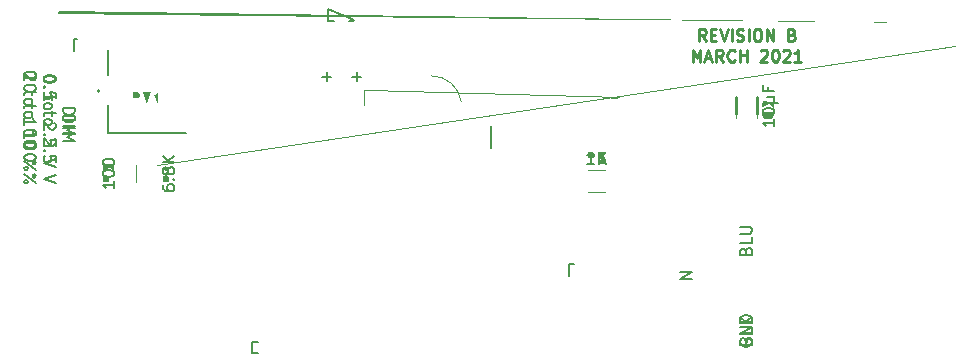
<source format=gbr>
From f3fab3b2e0c5d02cc18abab27c27055bb23d4def Mon Sep 17 00:00:00 2001
From: Blaise Thompson <blaise@untzag.com>
Date: Fri, 5 Mar 2021 10:08:24 -0600
Subject: analog-driver revision B

---
 analog-driver/gerber/driver-F_SilkS.gbr | 1098 +++++++++++++++++++------------
 1 file changed, 692 insertions(+), 406 deletions(-)

(limited to 'analog-driver/gerber/driver-F_SilkS.gbr')

diff --git a/analog-driver/gerber/driver-F_SilkS.gbr b/analog-driver/gerber/driver-F_SilkS.gbr
index d5a773b..9d0cb63 100644
--- a/analog-driver/gerber/driver-F_SilkS.gbr
+++ b/analog-driver/gerber/driver-F_SilkS.gbr
@@ -1,243 +1,483 @@
 %TF.GenerationSoftware,KiCad,Pcbnew,5.1.8+dfsg1-1+b1*%
-%TF.CreationDate,2021-01-29T12:05:02-06:00*%
-%TF.ProjectId,driver,64726976-6572-42e6-9b69-6361645f7063,1.0.0*%
+%TF.CreationDate,2021-03-05T10:02:30-06:00*%
+%TF.ProjectId,driver,64726976-6572-42e6-9b69-6361645f7063,B*%
 %TF.SameCoordinates,Original*%
 %TF.FileFunction,Legend,Top*%
 %TF.FilePolarity,Positive*%
 %FSLAX46Y46*%
 G04 Gerber Fmt 4.6, Leading zero omitted, Abs format (unit mm)*
-G04 Created by KiCad (PCBNEW 5.1.8+dfsg1-1+b1) date 2021-01-29 12:05:02*
+G04 Created by KiCad (PCBNEW 5.1.8+dfsg1-1+b1) date 2021-03-05 10:02:30*
 %MOMM*%
 %LPD*%
 G01*
 G04 APERTURE LIST*
-%ADD10C,0.150000*%
-%ADD11C,0.317500*%
+%ADD10C,0.158750*%
+%ADD11C,0.150000*%
+%ADD12C,0.317500*%
 %TA.AperFunction,Profile*%
-%ADD12C,0.100000*%
+%ADD13C,0.100000*%
 %TD*%
-%ADD13C,0.120000*%
-%ADD14C,0.200000*%
-%ADD15C,0.127000*%
-%ADD16C,0.010000*%
-%ADD17C,0.015000*%
+%ADD14C,0.250000*%
+%ADD15C,0.120000*%
+%ADD16C,0.200000*%
+%ADD17C,0.127000*%
+%ADD18C,0.010000*%
 G04 APERTURE END LIST*
 D10*
-X90732619Y-87828571D02*
-X91732619Y-87828571D01*
-X91732619Y-88066666D01*
-X91685000Y-88209523D01*
-X91589761Y-88304761D01*
-X91494523Y-88352380D01*
-X91304047Y-88400000D01*
-X91161190Y-88400000D01*
-X90970714Y-88352380D01*
-X90875476Y-88304761D01*
-X90780238Y-88209523D01*
-X90732619Y-88066666D01*
-X90732619Y-87828571D01*
-X90732619Y-88828571D02*
-X91732619Y-88828571D01*
-X90732619Y-89304761D02*
-X91732619Y-89304761D01*
-X91018333Y-89638095D01*
-X91732619Y-89971428D01*
-X90732619Y-89971428D01*
-X90082619Y-85352380D02*
-X90082619Y-85447619D01*
-X90035000Y-85542857D01*
-X89987380Y-85590476D01*
-X89892142Y-85638095D01*
-X89701666Y-85685714D01*
-X89463571Y-85685714D01*
-X89273095Y-85638095D01*
-X89177857Y-85590476D01*
-X89130238Y-85542857D01*
-X89082619Y-85447619D01*
-X89082619Y-85352380D01*
-X89130238Y-85257142D01*
-X89177857Y-85209523D01*
-X89273095Y-85161904D01*
-X89463571Y-85114285D01*
-X89701666Y-85114285D01*
-X89892142Y-85161904D01*
-X89987380Y-85209523D01*
-X90035000Y-85257142D01*
-X90082619Y-85352380D01*
-X89749285Y-86733333D02*
-X89749285Y-87114285D01*
-X90082619Y-86876190D02*
-X89225476Y-86876190D01*
-X89130238Y-86923809D01*
-X89082619Y-87019047D01*
-X89082619Y-87114285D01*
-X89082619Y-87590476D02*
-X89130238Y-87495238D01*
-X89177857Y-87447619D01*
-X89273095Y-87400000D01*
-X89558809Y-87400000D01*
-X89654047Y-87447619D01*
-X89701666Y-87495238D01*
-X89749285Y-87590476D01*
-X89749285Y-87733333D01*
-X89701666Y-87828571D01*
-X89654047Y-87876190D01*
-X89558809Y-87923809D01*
-X89273095Y-87923809D01*
-X89177857Y-87876190D01*
-X89130238Y-87828571D01*
-X89082619Y-87733333D01*
-X89082619Y-87590476D01*
-X89987380Y-89066666D02*
-X90035000Y-89114285D01*
-X90082619Y-89209523D01*
-X90082619Y-89447619D01*
-X90035000Y-89542857D01*
-X89987380Y-89590476D01*
-X89892142Y-89638095D01*
-X89796904Y-89638095D01*
-X89654047Y-89590476D01*
-X89082619Y-89019047D01*
-X89082619Y-89638095D01*
-X89177857Y-90066666D02*
-X89130238Y-90114285D01*
-X89082619Y-90066666D01*
-X89130238Y-90019047D01*
-X89177857Y-90066666D01*
-X89082619Y-90066666D01*
-X90082619Y-91019047D02*
-X90082619Y-90542857D01*
-X89606428Y-90495238D01*
-X89654047Y-90542857D01*
-X89701666Y-90638095D01*
-X89701666Y-90876190D01*
-X89654047Y-90971428D01*
-X89606428Y-91019047D01*
-X89511190Y-91066666D01*
-X89273095Y-91066666D01*
-X89177857Y-91019047D01*
-X89130238Y-90971428D01*
-X89082619Y-90876190D01*
-X89082619Y-90638095D01*
-X89130238Y-90542857D01*
-X89177857Y-90495238D01*
-X90082619Y-92114285D02*
-X89082619Y-92447619D01*
-X90082619Y-92780952D01*
-X88432619Y-84971428D02*
-X88432619Y-85066666D01*
-X88385000Y-85161904D01*
-X88337380Y-85209523D01*
-X88242142Y-85257142D01*
-X88051666Y-85304761D01*
-X87813571Y-85304761D01*
-X87623095Y-85257142D01*
-X87527857Y-85209523D01*
-X87480238Y-85161904D01*
-X87432619Y-85066666D01*
-X87432619Y-84971428D01*
-X87480238Y-84876190D01*
-X87527857Y-84828571D01*
-X87623095Y-84780952D01*
-X87813571Y-84733333D01*
-X88051666Y-84733333D01*
-X88242142Y-84780952D01*
-X88337380Y-84828571D01*
-X88385000Y-84876190D01*
-X88432619Y-84971428D01*
-X88099285Y-86352380D02*
-X88099285Y-86733333D01*
-X88432619Y-86495238D02*
-X87575476Y-86495238D01*
-X87480238Y-86542857D01*
-X87432619Y-86638095D01*
-X87432619Y-86733333D01*
-X87432619Y-87209523D02*
-X87480238Y-87114285D01*
-X87527857Y-87066666D01*
-X87623095Y-87019047D01*
-X87908809Y-87019047D01*
-X88004047Y-87066666D01*
-X88051666Y-87114285D01*
-X88099285Y-87209523D01*
-X88099285Y-87352380D01*
-X88051666Y-87447619D01*
-X88004047Y-87495238D01*
-X87908809Y-87542857D01*
-X87623095Y-87542857D01*
-X87527857Y-87495238D01*
-X87480238Y-87447619D01*
-X87432619Y-87352380D01*
-X87432619Y-87209523D01*
-X87432619Y-89257142D02*
-X87432619Y-88685714D01*
-X87432619Y-88971428D02*
-X88432619Y-88971428D01*
-X88289761Y-88876190D01*
-X88194523Y-88780952D01*
-X88146904Y-88685714D01*
-X88432619Y-89876190D02*
-X88432619Y-89971428D01*
-X88385000Y-90066666D01*
-X88337380Y-90114285D01*
-X88242142Y-90161904D01*
-X88051666Y-90209523D01*
-X87813571Y-90209523D01*
-X87623095Y-90161904D01*
-X87527857Y-90114285D01*
-X87480238Y-90066666D01*
-X87432619Y-89971428D01*
-X87432619Y-89876190D01*
-X87480238Y-89780952D01*
-X87527857Y-89733333D01*
-X87623095Y-89685714D01*
-X87813571Y-89638095D01*
-X88051666Y-89638095D01*
-X88242142Y-89685714D01*
-X88337380Y-89733333D01*
-X88385000Y-89780952D01*
-X88432619Y-89876190D01*
-X88432619Y-90828571D02*
-X88432619Y-90923809D01*
-X88385000Y-91019047D01*
-X88337380Y-91066666D01*
-X88242142Y-91114285D01*
-X88051666Y-91161904D01*
-X87813571Y-91161904D01*
-X87623095Y-91114285D01*
-X87527857Y-91066666D01*
-X87480238Y-91019047D01*
-X87432619Y-90923809D01*
-X87432619Y-90828571D01*
-X87480238Y-90733333D01*
-X87527857Y-90685714D01*
-X87623095Y-90638095D01*
-X87813571Y-90590476D01*
-X88051666Y-90590476D01*
-X88242142Y-90638095D01*
-X88337380Y-90685714D01*
-X88385000Y-90733333D01*
-X88432619Y-90828571D01*
-X87432619Y-92304761D02*
-X88432619Y-93066666D01*
-X88432619Y-92447619D02*
-X88385000Y-92542857D01*
-X88289761Y-92590476D01*
-X88194523Y-92542857D01*
-X88146904Y-92447619D01*
-X88194523Y-92352380D01*
-X88289761Y-92304761D01*
-X88385000Y-92352380D01*
-X88432619Y-92447619D01*
-X87480238Y-93019047D02*
-X87575476Y-93066666D01*
-X87670714Y-93019047D01*
-X87718333Y-92923809D01*
-X87670714Y-92828571D01*
-X87575476Y-92780952D01*
-X87480238Y-92828571D01*
-X87432619Y-92923809D01*
-X87480238Y-93019047D01*
+X150947380Y-88772857D02*
+X150947380Y-89344285D01*
+X150947380Y-89058571D02*
+X149947380Y-89058571D01*
+X150090238Y-89153809D01*
+X150185476Y-89249047D01*
+X150233095Y-89344285D01*
+X149947380Y-88153809D02*
+X149947380Y-88058571D01*
+X149995000Y-87963333D01*
+X150042619Y-87915714D01*
+X150137857Y-87868095D01*
+X150328333Y-87820476D01*
+X150566428Y-87820476D01*
+X150756904Y-87868095D01*
+X150852142Y-87915714D01*
+X150899761Y-87963333D01*
+X150947380Y-88058571D01*
+X150947380Y-88153809D01*
+X150899761Y-88249047D01*
+X150852142Y-88296666D01*
+X150756904Y-88344285D01*
+X150566428Y-88391904D01*
+X150328333Y-88391904D01*
+X150137857Y-88344285D01*
+X150042619Y-88296666D01*
+X149995000Y-88249047D01*
+X149947380Y-88153809D01*
+X150280714Y-87391904D02*
+X151280714Y-87391904D01*
+X150804523Y-86915714D02*
+X150899761Y-86868095D01*
+X150947380Y-86772857D01*
+X150804523Y-87391904D02*
+X150899761Y-87344285D01*
+X150947380Y-87249047D01*
+X150947380Y-87058571D01*
+X150899761Y-86963333D01*
+X150804523Y-86915714D01*
+X150280714Y-86915714D01*
+X150423571Y-86010952D02*
+X150423571Y-86344285D01*
+X150947380Y-86344285D02*
+X149947380Y-86344285D01*
+X149947380Y-85868095D01*
+X135675714Y-92527380D02*
+X135104285Y-92527380D01*
+X135390000Y-92527380D02*
+X135390000Y-91527380D01*
+X135294761Y-91670238D01*
+X135199523Y-91765476D01*
+X135104285Y-91813095D01*
+X136104285Y-92527380D02*
+X136104285Y-91527380D01*
+X136675714Y-92527380D02*
+X136247142Y-91955952D01*
+X136675714Y-91527380D02*
+X136104285Y-92098809D01*
+X99147380Y-94368809D02*
+X99147380Y-94559285D01*
+X99195000Y-94654523D01*
+X99242619Y-94702142D01*
+X99385476Y-94797380D01*
+X99575952Y-94845000D01*
+X99956904Y-94845000D01*
+X100052142Y-94797380D01*
+X100099761Y-94749761D01*
+X100147380Y-94654523D01*
+X100147380Y-94464047D01*
+X100099761Y-94368809D01*
+X100052142Y-94321190D01*
+X99956904Y-94273571D01*
+X99718809Y-94273571D01*
+X99623571Y-94321190D01*
+X99575952Y-94368809D01*
+X99528333Y-94464047D01*
+X99528333Y-94654523D01*
+X99575952Y-94749761D01*
+X99623571Y-94797380D01*
+X99718809Y-94845000D01*
+X100052142Y-93845000D02*
+X100099761Y-93797380D01*
+X100147380Y-93845000D01*
+X100099761Y-93892619D01*
+X100052142Y-93845000D01*
+X100147380Y-93845000D01*
+X99575952Y-93225952D02*
+X99528333Y-93321190D01*
+X99480714Y-93368809D01*
+X99385476Y-93416428D01*
+X99337857Y-93416428D01*
+X99242619Y-93368809D01*
+X99195000Y-93321190D01*
+X99147380Y-93225952D01*
+X99147380Y-93035476D01*
+X99195000Y-92940238D01*
+X99242619Y-92892619D01*
+X99337857Y-92845000D01*
+X99385476Y-92845000D01*
+X99480714Y-92892619D01*
+X99528333Y-92940238D01*
+X99575952Y-93035476D01*
+X99575952Y-93225952D01*
+X99623571Y-93321190D01*
+X99671190Y-93368809D01*
+X99766428Y-93416428D01*
+X99956904Y-93416428D01*
+X100052142Y-93368809D01*
+X100099761Y-93321190D01*
+X100147380Y-93225952D01*
+X100147380Y-93035476D01*
+X100099761Y-92940238D01*
+X100052142Y-92892619D01*
+X99956904Y-92845000D01*
+X99766428Y-92845000D01*
+X99671190Y-92892619D01*
+X99623571Y-92940238D01*
+X99575952Y-93035476D01*
+X100147380Y-92416428D02*
+X99147380Y-92416428D01*
+X100147380Y-91845000D02*
+X99575952Y-92273571D01*
+X99147380Y-91845000D02*
+X99718809Y-92416428D01*
+X95067380Y-94011666D02*
+X95067380Y-94583095D01*
+X95067380Y-94297380D02*
+X94067380Y-94297380D01*
+X94210238Y-94392619D01*
+X94305476Y-94487857D01*
+X94353095Y-94583095D01*
+X94067380Y-93392619D02*
+X94067380Y-93297380D01*
+X94115000Y-93202142D01*
+X94162619Y-93154523D01*
+X94257857Y-93106904D01*
+X94448333Y-93059285D01*
+X94686428Y-93059285D01*
+X94876904Y-93106904D01*
+X94972142Y-93154523D01*
+X95019761Y-93202142D01*
+X95067380Y-93297380D01*
+X95067380Y-93392619D01*
+X95019761Y-93487857D01*
+X94972142Y-93535476D01*
+X94876904Y-93583095D01*
+X94686428Y-93630714D01*
+X94448333Y-93630714D01*
+X94257857Y-93583095D01*
+X94162619Y-93535476D01*
+X94115000Y-93487857D01*
+X94067380Y-93392619D01*
+X94067380Y-92440238D02*
+X94067380Y-92345000D01*
+X94115000Y-92249761D01*
+X94162619Y-92202142D01*
+X94257857Y-92154523D01*
+X94448333Y-92106904D01*
+X94686428Y-92106904D01*
+X94876904Y-92154523D01*
+X94972142Y-92202142D01*
+X95019761Y-92249761D01*
+X95067380Y-92345000D01*
+X95067380Y-92440238D01*
+X95019761Y-92535476D01*
+X94972142Y-92583095D01*
+X94876904Y-92630714D01*
+X94686428Y-92678333D01*
+X94448333Y-92678333D01*
+X94257857Y-92630714D01*
+X94162619Y-92583095D01*
+X94115000Y-92535476D01*
+X94067380Y-92440238D01*
+D11*
+X148518571Y-99917142D02*
+X148566190Y-99774285D01*
+X148613809Y-99726666D01*
+X148709047Y-99679047D01*
+X148851904Y-99679047D01*
+X148947142Y-99726666D01*
+X148994761Y-99774285D01*
+X149042380Y-99869523D01*
+X149042380Y-100250476D01*
+X148042380Y-100250476D01*
+X148042380Y-99917142D01*
+X148090000Y-99821904D01*
+X148137619Y-99774285D01*
+X148232857Y-99726666D01*
+X148328095Y-99726666D01*
+X148423333Y-99774285D01*
+X148470952Y-99821904D01*
+X148518571Y-99917142D01*
+X148518571Y-100250476D01*
+X149042380Y-98774285D02*
+X149042380Y-99250476D01*
+X148042380Y-99250476D01*
+X148042380Y-98440952D02*
+X148851904Y-98440952D01*
+X148947142Y-98393333D01*
+X148994761Y-98345714D01*
+X149042380Y-98250476D01*
+X149042380Y-98060000D01*
+X148994761Y-97964761D01*
+X148947142Y-97917142D01*
+X148851904Y-97869523D01*
+X148042380Y-97869523D01*
+X90732619Y-88463571D02*
+X91732619Y-88463571D01*
+X91732619Y-88701666D01*
+X91685000Y-88844523D01*
+X91589761Y-88939761D01*
+X91494523Y-88987380D01*
+X91304047Y-89035000D01*
+X91161190Y-89035000D01*
+X90970714Y-88987380D01*
+X90875476Y-88939761D01*
+X90780238Y-88844523D01*
+X90732619Y-88701666D01*
+X90732619Y-88463571D01*
+X90732619Y-89463571D02*
+X91732619Y-89463571D01*
+X90732619Y-89939761D02*
+X91732619Y-89939761D01*
+X91018333Y-90273095D01*
+X91732619Y-90606428D01*
+X90732619Y-90606428D01*
+X90082619Y-85273095D02*
+X90082619Y-85368333D01*
+X90035000Y-85463571D01*
+X89987380Y-85511190D01*
+X89892142Y-85558809D01*
+X89701666Y-85606428D01*
+X89463571Y-85606428D01*
+X89273095Y-85558809D01*
+X89177857Y-85511190D01*
+X89130238Y-85463571D01*
+X89082619Y-85368333D01*
+X89082619Y-85273095D01*
+X89130238Y-85177857D01*
+X89177857Y-85130238D01*
+X89273095Y-85082619D01*
+X89463571Y-85035000D01*
+X89701666Y-85035000D01*
+X89892142Y-85082619D01*
+X89987380Y-85130238D01*
+X90035000Y-85177857D01*
+X90082619Y-85273095D01*
+X89177857Y-86035000D02*
+X89130238Y-86082619D01*
+X89082619Y-86035000D01*
+X89130238Y-85987380D01*
+X89177857Y-86035000D01*
+X89082619Y-86035000D01*
+X90082619Y-86987380D02*
+X90082619Y-86511190D01*
+X89606428Y-86463571D01*
+X89654047Y-86511190D01*
+X89701666Y-86606428D01*
+X89701666Y-86844523D01*
+X89654047Y-86939761D01*
+X89606428Y-86987380D01*
+X89511190Y-87035000D01*
+X89273095Y-87035000D01*
+X89177857Y-86987380D01*
+X89130238Y-86939761D01*
+X89082619Y-86844523D01*
+X89082619Y-86606428D01*
+X89130238Y-86511190D01*
+X89177857Y-86463571D01*
+X89749285Y-88082619D02*
+X89749285Y-88463571D01*
+X90082619Y-88225476D02*
+X89225476Y-88225476D01*
+X89130238Y-88273095D01*
+X89082619Y-88368333D01*
+X89082619Y-88463571D01*
+X89082619Y-88939761D02*
+X89130238Y-88844523D01*
+X89177857Y-88796904D01*
+X89273095Y-88749285D01*
+X89558809Y-88749285D01*
+X89654047Y-88796904D01*
+X89701666Y-88844523D01*
+X89749285Y-88939761D01*
+X89749285Y-89082619D01*
+X89701666Y-89177857D01*
+X89654047Y-89225476D01*
+X89558809Y-89273095D01*
+X89273095Y-89273095D01*
+X89177857Y-89225476D01*
+X89130238Y-89177857D01*
+X89082619Y-89082619D01*
+X89082619Y-88939761D01*
+X89987380Y-90415952D02*
+X90035000Y-90463571D01*
+X90082619Y-90558809D01*
+X90082619Y-90796904D01*
+X90035000Y-90892142D01*
+X89987380Y-90939761D01*
+X89892142Y-90987380D01*
+X89796904Y-90987380D01*
+X89654047Y-90939761D01*
+X89082619Y-90368333D01*
+X89082619Y-90987380D01*
+X89177857Y-91415952D02*
+X89130238Y-91463571D01*
+X89082619Y-91415952D01*
+X89130238Y-91368333D01*
+X89177857Y-91415952D01*
+X89082619Y-91415952D01*
+X90082619Y-92368333D02*
+X90082619Y-91892142D01*
+X89606428Y-91844523D01*
+X89654047Y-91892142D01*
+X89701666Y-91987380D01*
+X89701666Y-92225476D01*
+X89654047Y-92320714D01*
+X89606428Y-92368333D01*
+X89511190Y-92415952D01*
+X89273095Y-92415952D01*
+X89177857Y-92368333D01*
+X89130238Y-92320714D01*
+X89082619Y-92225476D01*
+X89082619Y-91987380D01*
+X89130238Y-91892142D01*
+X89177857Y-91844523D01*
+X90082619Y-93463571D02*
+X89082619Y-93796904D01*
+X90082619Y-94130238D01*
+X88337380Y-84892142D02*
+X88385000Y-84939761D01*
+X88432619Y-85035000D01*
+X88432619Y-85273095D01*
+X88385000Y-85368333D01*
+X88337380Y-85415952D01*
+X88242142Y-85463571D01*
+X88146904Y-85463571D01*
+X88004047Y-85415952D01*
+X87432619Y-84844523D01*
+X87432619Y-85463571D01*
+X88432619Y-86082619D02*
+X88432619Y-86177857D01*
+X88385000Y-86273095D01*
+X88337380Y-86320714D01*
+X88242142Y-86368333D01*
+X88051666Y-86415952D01*
+X87813571Y-86415952D01*
+X87623095Y-86368333D01*
+X87527857Y-86320714D01*
+X87480238Y-86273095D01*
+X87432619Y-86177857D01*
+X87432619Y-86082619D01*
+X87480238Y-85987380D01*
+X87527857Y-85939761D01*
+X87623095Y-85892142D01*
+X87813571Y-85844523D01*
+X88051666Y-85844523D01*
+X88242142Y-85892142D01*
+X88337380Y-85939761D01*
+X88385000Y-85987380D01*
+X88432619Y-86082619D01*
+X88099285Y-87463571D02*
+X88099285Y-87844523D01*
+X88432619Y-87606428D02*
+X87575476Y-87606428D01*
+X87480238Y-87654047D01*
+X87432619Y-87749285D01*
+X87432619Y-87844523D01*
+X87432619Y-88320714D02*
+X87480238Y-88225476D01*
+X87527857Y-88177857D01*
+X87623095Y-88130238D01*
+X87908809Y-88130238D01*
+X88004047Y-88177857D01*
+X88051666Y-88225476D01*
+X88099285Y-88320714D01*
+X88099285Y-88463571D01*
+X88051666Y-88558809D01*
+X88004047Y-88606428D01*
+X87908809Y-88654047D01*
+X87623095Y-88654047D01*
+X87527857Y-88606428D01*
+X87480238Y-88558809D01*
+X87432619Y-88463571D01*
+X87432619Y-88320714D01*
+X87432619Y-90368333D02*
+X87432619Y-89796904D01*
+X87432619Y-90082619D02*
+X88432619Y-90082619D01*
+X88289761Y-89987380D01*
+X88194523Y-89892142D01*
+X88146904Y-89796904D01*
+X88432619Y-90987380D02*
+X88432619Y-91082619D01*
+X88385000Y-91177857D01*
+X88337380Y-91225476D01*
+X88242142Y-91273095D01*
+X88051666Y-91320714D01*
+X87813571Y-91320714D01*
+X87623095Y-91273095D01*
+X87527857Y-91225476D01*
+X87480238Y-91177857D01*
+X87432619Y-91082619D01*
+X87432619Y-90987380D01*
+X87480238Y-90892142D01*
+X87527857Y-90844523D01*
+X87623095Y-90796904D01*
+X87813571Y-90749285D01*
+X88051666Y-90749285D01*
+X88242142Y-90796904D01*
+X88337380Y-90844523D01*
+X88385000Y-90892142D01*
+X88432619Y-90987380D01*
+X88432619Y-91939761D02*
+X88432619Y-92035000D01*
+X88385000Y-92130238D01*
+X88337380Y-92177857D01*
+X88242142Y-92225476D01*
+X88051666Y-92273095D01*
+X87813571Y-92273095D01*
+X87623095Y-92225476D01*
+X87527857Y-92177857D01*
+X87480238Y-92130238D01*
+X87432619Y-92035000D01*
+X87432619Y-91939761D01*
+X87480238Y-91844523D01*
+X87527857Y-91796904D01*
+X87623095Y-91749285D01*
+X87813571Y-91701666D01*
+X88051666Y-91701666D01*
+X88242142Y-91749285D01*
+X88337380Y-91796904D01*
+X88385000Y-91844523D01*
+X88432619Y-91939761D01*
+X87432619Y-93415952D02*
+X88432619Y-94177857D01*
+X88432619Y-93558809D02*
+X88385000Y-93654047D01*
+X88289761Y-93701666D01*
+X88194523Y-93654047D01*
+X88146904Y-93558809D01*
+X88194523Y-93463571D01*
+X88289761Y-93415952D01*
+X88385000Y-93463571D01*
+X88432619Y-93558809D01*
+X87480238Y-94130238D02*
+X87575476Y-94177857D01*
+X87670714Y-94130238D01*
+X87718333Y-94035000D01*
+X87670714Y-93939761D01*
+X87575476Y-93892142D01*
+X87480238Y-93939761D01*
+X87432619Y-94035000D01*
+X87480238Y-94130238D01*
 X91638571Y-83002380D02*
 X91638571Y-82002380D01*
 X91876666Y-82002380D01*
@@ -313,46 +553,40 @@ X143962380Y-102298571D02*
 X142962380Y-102298571D01*
 X143962380Y-101727142D01*
 X142962380Y-101727142D01*
-X148090000Y-107441904D02*
-X148042380Y-107537142D01*
-X148042380Y-107680000D01*
-X148090000Y-107822857D01*
-X148185238Y-107918095D01*
-X148280476Y-107965714D01*
-X148470952Y-108013333D01*
-X148613809Y-108013333D01*
-X148804285Y-107965714D01*
-X148899523Y-107918095D01*
-X148994761Y-107822857D01*
-X149042380Y-107680000D01*
-X149042380Y-107584761D01*
-X148994761Y-107441904D01*
-X148947142Y-107394285D01*
-X148613809Y-107394285D01*
-X148613809Y-107584761D01*
-X149042380Y-106965714D02*
-X148042380Y-106965714D01*
-X149042380Y-106394285D01*
-X148042380Y-106394285D01*
-X149042380Y-105918095D02*
-X148042380Y-105918095D01*
-X148042380Y-105680000D01*
-X148090000Y-105537142D01*
-X148185238Y-105441904D01*
-X148280476Y-105394285D01*
-X148470952Y-105346666D01*
-X148613809Y-105346666D01*
-X148804285Y-105394285D01*
-X148899523Y-105441904D01*
-X148994761Y-105537142D01*
-X149042380Y-105680000D01*
-X149042380Y-105918095D01*
+X148518571Y-107513333D02*
+X148566190Y-107370476D01*
+X148613809Y-107322857D01*
+X148709047Y-107275238D01*
+X148851904Y-107275238D01*
+X148947142Y-107322857D01*
+X148994761Y-107370476D01*
+X149042380Y-107465714D01*
+X149042380Y-107846666D01*
+X148042380Y-107846666D01*
+X148042380Y-107513333D01*
+X148090000Y-107418095D01*
+X148137619Y-107370476D01*
+X148232857Y-107322857D01*
+X148328095Y-107322857D01*
+X148423333Y-107370476D01*
+X148470952Y-107418095D01*
+X148518571Y-107513333D01*
+X148518571Y-107846666D01*
+X149042380Y-106370476D02*
+X149042380Y-106846666D01*
+X148042380Y-106846666D01*
+X149042380Y-106037142D02*
+X148042380Y-106037142D01*
+X149042380Y-105465714D02*
+X148470952Y-105894285D01*
+X148042380Y-105465714D02*
+X148613809Y-106037142D01*
 X112649047Y-85161428D02*
 X113410952Y-85161428D01*
+X113030000Y-85542380D02*
+X113030000Y-84780476D01*
 X115189047Y-85161428D02*
 X115950952Y-85161428D01*
-X115570000Y-85542380D02*
-X115570000Y-84780476D01*
 X133580476Y-102052380D02*
 X133580476Y-101052380D01*
 X133961428Y-101052380D01*
@@ -569,7 +803,7 @@ X107203095Y-108592380D02*
 X106726904Y-108592380D01*
 X106726904Y-107592380D01*
 X107203095Y-107592380D01*
-D11*
+D12*
 X116205000Y-87569523D02*
 X116205000Y-86299523D01*
 X116688809Y-86299523D01*
@@ -749,7 +983,7 @@ X137795000Y-86843809D01*
 X137734523Y-86904285D01*
 X137613571Y-86964761D01*
 X137129761Y-86964761D01*
-D10*
+D11*
 X113657142Y-80462380D02*
 X113180952Y-80462380D01*
 X113180952Y-79462380D01*
@@ -772,7 +1006,7 @@ X115371428Y-80319523D01*
 X115276190Y-80414761D01*
 X115133333Y-80462380D01*
 X114895238Y-80462380D01*
-D12*
+D13*
 X121920000Y-85090000D02*
 G75*
 G02*
@@ -825,7 +1059,189 @@ G75*
 G02*
 X167640000Y-81280000I0J-2540000D01*
 G01*
-D13*
+D14*
+X145137619Y-82127380D02*
+X144804285Y-81651190D01*
+X144566190Y-82127380D02*
+X144566190Y-81127380D01*
+X144947142Y-81127380D01*
+X145042380Y-81175000D01*
+X145090000Y-81222619D01*
+X145137619Y-81317857D01*
+X145137619Y-81460714D01*
+X145090000Y-81555952D01*
+X145042380Y-81603571D01*
+X144947142Y-81651190D01*
+X144566190Y-81651190D01*
+X145566190Y-81603571D02*
+X145899523Y-81603571D01*
+X146042380Y-82127380D02*
+X145566190Y-82127380D01*
+X145566190Y-81127380D01*
+X146042380Y-81127380D01*
+X146328095Y-81127380D02*
+X146661428Y-82127380D01*
+X146994761Y-81127380D01*
+X147328095Y-82127380D02*
+X147328095Y-81127380D01*
+X147756666Y-82079761D02*
+X147899523Y-82127380D01*
+X148137619Y-82127380D01*
+X148232857Y-82079761D01*
+X148280476Y-82032142D01*
+X148328095Y-81936904D01*
+X148328095Y-81841666D01*
+X148280476Y-81746428D01*
+X148232857Y-81698809D01*
+X148137619Y-81651190D01*
+X147947142Y-81603571D01*
+X147851904Y-81555952D01*
+X147804285Y-81508333D01*
+X147756666Y-81413095D01*
+X147756666Y-81317857D01*
+X147804285Y-81222619D01*
+X147851904Y-81175000D01*
+X147947142Y-81127380D01*
+X148185238Y-81127380D01*
+X148328095Y-81175000D01*
+X148756666Y-82127380D02*
+X148756666Y-81127380D01*
+X149423333Y-81127380D02*
+X149613809Y-81127380D01*
+X149709047Y-81175000D01*
+X149804285Y-81270238D01*
+X149851904Y-81460714D01*
+X149851904Y-81794047D01*
+X149804285Y-81984523D01*
+X149709047Y-82079761D01*
+X149613809Y-82127380D01*
+X149423333Y-82127380D01*
+X149328095Y-82079761D01*
+X149232857Y-81984523D01*
+X149185238Y-81794047D01*
+X149185238Y-81460714D01*
+X149232857Y-81270238D01*
+X149328095Y-81175000D01*
+X149423333Y-81127380D01*
+X150280476Y-82127380D02*
+X150280476Y-81127380D01*
+X150851904Y-82127380D01*
+X150851904Y-81127380D01*
+X152423333Y-81603571D02*
+X152566190Y-81651190D01*
+X152613809Y-81698809D01*
+X152661428Y-81794047D01*
+X152661428Y-81936904D01*
+X152613809Y-82032142D01*
+X152566190Y-82079761D01*
+X152470952Y-82127380D01*
+X152090000Y-82127380D01*
+X152090000Y-81127380D01*
+X152423333Y-81127380D01*
+X152518571Y-81175000D01*
+X152566190Y-81222619D01*
+X152613809Y-81317857D01*
+X152613809Y-81413095D01*
+X152566190Y-81508333D01*
+X152518571Y-81555952D01*
+X152423333Y-81603571D01*
+X152090000Y-81603571D01*
+X144018571Y-83877380D02*
+X144018571Y-82877380D01*
+X144351904Y-83591666D01*
+X144685238Y-82877380D01*
+X144685238Y-83877380D01*
+X145113809Y-83591666D02*
+X145590000Y-83591666D01*
+X145018571Y-83877380D02*
+X145351904Y-82877380D01*
+X145685238Y-83877380D01*
+X146590000Y-83877380D02*
+X146256666Y-83401190D01*
+X146018571Y-83877380D02*
+X146018571Y-82877380D01*
+X146399523Y-82877380D01*
+X146494761Y-82925000D01*
+X146542380Y-82972619D01*
+X146590000Y-83067857D01*
+X146590000Y-83210714D01*
+X146542380Y-83305952D01*
+X146494761Y-83353571D01*
+X146399523Y-83401190D01*
+X146018571Y-83401190D01*
+X147590000Y-83782142D02*
+X147542380Y-83829761D01*
+X147399523Y-83877380D01*
+X147304285Y-83877380D01*
+X147161428Y-83829761D01*
+X147066190Y-83734523D01*
+X147018571Y-83639285D01*
+X146970952Y-83448809D01*
+X146970952Y-83305952D01*
+X147018571Y-83115476D01*
+X147066190Y-83020238D01*
+X147161428Y-82925000D01*
+X147304285Y-82877380D01*
+X147399523Y-82877380D01*
+X147542380Y-82925000D01*
+X147590000Y-82972619D01*
+X148018571Y-83877380D02*
+X148018571Y-82877380D01*
+X148018571Y-83353571D02*
+X148590000Y-83353571D01*
+X148590000Y-83877380D02*
+X148590000Y-82877380D01*
+X149780476Y-82972619D02*
+X149828095Y-82925000D01*
+X149923333Y-82877380D01*
+X150161428Y-82877380D01*
+X150256666Y-82925000D01*
+X150304285Y-82972619D01*
+X150351904Y-83067857D01*
+X150351904Y-83163095D01*
+X150304285Y-83305952D01*
+X149732857Y-83877380D01*
+X150351904Y-83877380D01*
+X150970952Y-82877380D02*
+X151066190Y-82877380D01*
+X151161428Y-82925000D01*
+X151209047Y-82972619D01*
+X151256666Y-83067857D01*
+X151304285Y-83258333D01*
+X151304285Y-83496428D01*
+X151256666Y-83686904D01*
+X151209047Y-83782142D01*
+X151161428Y-83829761D01*
+X151066190Y-83877380D01*
+X150970952Y-83877380D01*
+X150875714Y-83829761D01*
+X150828095Y-83782142D01*
+X150780476Y-83686904D01*
+X150732857Y-83496428D01*
+X150732857Y-83258333D01*
+X150780476Y-83067857D01*
+X150828095Y-82972619D01*
+X150875714Y-82925000D01*
+X150970952Y-82877380D01*
+X151685238Y-82972619D02*
+X151732857Y-82925000D01*
+X151828095Y-82877380D01*
+X152066190Y-82877380D01*
+X152161428Y-82925000D01*
+X152209047Y-82972619D01*
+X152256666Y-83067857D01*
+X152256666Y-83163095D01*
+X152209047Y-83305952D01*
+X151637619Y-83877380D01*
+X152256666Y-83877380D01*
+X153209047Y-83877380D02*
+X152637619Y-83877380D01*
+X152923333Y-83877380D02*
+X152923333Y-82877380D01*
+X152828095Y-83020238D01*
+X152732857Y-83115476D01*
+X152637619Y-83163095D01*
+D15*
 %TO.C,TP3*%
 X166215000Y-82550000D02*
 G75*
@@ -855,18 +1271,18 @@ X98700000Y-92617936D01*
 X96880000Y-94072064D02*
 X96880000Y-92617936D01*
 %TO.C,C2*%
-X149500000Y-87261248D02*
-X149500000Y-88683752D01*
-X147680000Y-87261248D02*
-X147680000Y-88683752D01*
-D14*
+X149500000Y-86918748D02*
+X149500000Y-88341252D01*
+X147680000Y-86918748D02*
+X147680000Y-88341252D01*
+D16*
 %TO.C,RV1*%
 X93826000Y-86360000D02*
 G75*
 G03*
 X93826000Y-86360000I-100000J0D01*
 G01*
-D15*
+D17*
 X101090000Y-89890000D02*
 X94490000Y-89890000D01*
 X101090000Y-87595000D02*
@@ -879,13 +1295,13 @@ X94490000Y-85055000D02*
 X94490000Y-82890000D01*
 X94490000Y-89880000D02*
 X94490000Y-87595000D01*
-D13*
+D15*
 %TO.C,R5*%
 X135162936Y-94890000D02*
 X136617064Y-94890000D01*
 X135162936Y-93070000D02*
 X136617064Y-93070000D01*
-D16*
+D18*
 %TO.C,G\u002A\u002A\u002A*%
 G36*
 X126990497Y-93197841D02*
@@ -6555,7 +6971,7 @@ X126895161Y-89308085D01*
 X126935619Y-89304980D01*
 X126980499Y-89303625D01*
 X127027014Y-89303991D01*
-D13*
+D15*
 %TO.C,D1*%
 X133605000Y-100195000D02*
 X137490000Y-100195000D01*
@@ -6625,7 +7041,7 @@ X111700000Y-82550000D02*
 X111700000Y-81220000D01*
 %TD*%
 %TO.C,TP3*%
-D10*
+D11*
 X163203095Y-79604380D02*
 X163774523Y-79604380D01*
 X163488809Y-80604380D02*
@@ -6705,136 +7121,6 @@ X90415952Y-79604380D01*
 X90320714Y-79747238D01*
 X90225476Y-79842476D01*
 X90130238Y-79890095D01*
-%TO.C,R2*%
-X95067380Y-93511666D02*
-X94591190Y-93845000D01*
-X95067380Y-94083095D02*
-X94067380Y-94083095D01*
-X94067380Y-93702142D01*
-X94115000Y-93606904D01*
-X94162619Y-93559285D01*
-X94257857Y-93511666D01*
-X94400714Y-93511666D01*
-X94495952Y-93559285D01*
-X94543571Y-93606904D01*
-X94591190Y-93702142D01*
-X94591190Y-94083095D01*
-X94162619Y-93130714D02*
-X94115000Y-93083095D01*
-X94067380Y-92987857D01*
-X94067380Y-92749761D01*
-X94115000Y-92654523D01*
-X94162619Y-92606904D01*
-X94257857Y-92559285D01*
-X94353095Y-92559285D01*
-X94495952Y-92606904D01*
-X95067380Y-93178333D01*
-X95067380Y-92559285D01*
-%TO.C,R1*%
-X100147380Y-93511666D02*
-X99671190Y-93845000D01*
-X100147380Y-94083095D02*
-X99147380Y-94083095D01*
-X99147380Y-93702142D01*
-X99195000Y-93606904D01*
-X99242619Y-93559285D01*
-X99337857Y-93511666D01*
-X99480714Y-93511666D01*
-X99575952Y-93559285D01*
-X99623571Y-93606904D01*
-X99671190Y-93702142D01*
-X99671190Y-94083095D01*
-X100147380Y-92559285D02*
-X100147380Y-93130714D01*
-X100147380Y-92845000D02*
-X99147380Y-92845000D01*
-X99290238Y-92940238D01*
-X99385476Y-93035476D01*
-X99433095Y-93130714D01*
-%TO.C,C2*%
-X150797142Y-88139166D02*
-X150844761Y-88186785D01*
-X150892380Y-88329642D01*
-X150892380Y-88424880D01*
-X150844761Y-88567738D01*
-X150749523Y-88662976D01*
-X150654285Y-88710595D01*
-X150463809Y-88758214D01*
-X150320952Y-88758214D01*
-X150130476Y-88710595D01*
-X150035238Y-88662976D01*
-X149940000Y-88567738D01*
-X149892380Y-88424880D01*
-X149892380Y-88329642D01*
-X149940000Y-88186785D01*
-X149987619Y-88139166D01*
-X149987619Y-87758214D02*
-X149940000Y-87710595D01*
-X149892380Y-87615357D01*
-X149892380Y-87377261D01*
-X149940000Y-87282023D01*
-X149987619Y-87234404D01*
-X150082857Y-87186785D01*
-X150178095Y-87186785D01*
-X150320952Y-87234404D01*
-X150892380Y-87805833D01*
-X150892380Y-87186785D01*
-%TO.C,RV1*%
-D17*
-X97193121Y-87448627D02*
-X96858869Y-86971124D01*
-X96620118Y-87448627D02*
-X96620118Y-86445871D01*
-X97002120Y-86445871D01*
-X97097620Y-86493622D01*
-X97145371Y-86541372D01*
-X97193121Y-86636872D01*
-X97193121Y-86780123D01*
-X97145371Y-86875624D01*
-X97097620Y-86923374D01*
-X97002120Y-86971124D01*
-X96620118Y-86971124D01*
-X97479623Y-86445871D02*
-X97813875Y-87448627D01*
-X98148127Y-86445871D01*
-X99007632Y-87448627D02*
-X98434628Y-87448627D01*
-X98721130Y-87448627D02*
-X98721130Y-86445871D01*
-X98625630Y-86589122D01*
-X98530129Y-86684623D01*
-X98434628Y-86732373D01*
-%TO.C,R5*%
-D10*
-X135723333Y-92527380D02*
-X135390000Y-92051190D01*
-X135151904Y-92527380D02*
-X135151904Y-91527380D01*
-X135532857Y-91527380D01*
-X135628095Y-91575000D01*
-X135675714Y-91622619D01*
-X135723333Y-91717857D01*
-X135723333Y-91860714D01*
-X135675714Y-91955952D01*
-X135628095Y-92003571D01*
-X135532857Y-92051190D01*
-X135151904Y-92051190D01*
-X136628095Y-91527380D02*
-X136151904Y-91527380D01*
-X136104285Y-92003571D01*
-X136151904Y-91955952D01*
-X136247142Y-91908333D01*
-X136485238Y-91908333D01*
-X136580476Y-91955952D01*
-X136628095Y-92003571D01*
-X136675714Y-92098809D01*
-X136675714Y-92336904D01*
-X136628095Y-92432142D01*
-X136580476Y-92479761D01*
-X136485238Y-92527380D01*
-X136247142Y-92527380D01*
-X136151904Y-92479761D01*
-X136104285Y-92432142D01*
 %TO.C,D1*%
 X135151904Y-97607380D02*
 X135151904Y-96607380D01*
-- 
cgit v1.2.3


</source>
